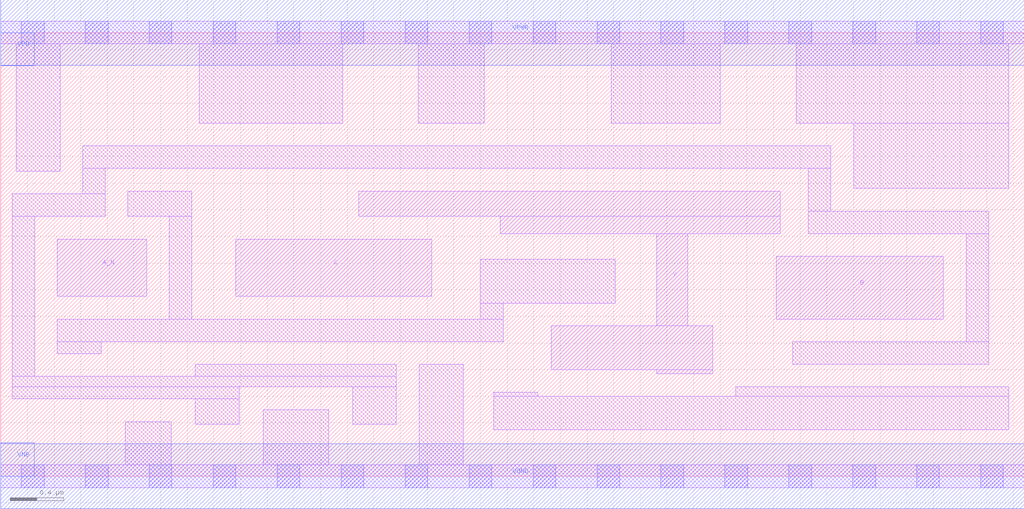
<source format=lef>
# Copyright 2020 The SkyWater PDK Authors
#
# Licensed under the Apache License, Version 2.0 (the "License");
# you may not use this file except in compliance with the License.
# You may obtain a copy of the License at
#
#     https://www.apache.org/licenses/LICENSE-2.0
#
# Unless required by applicable law or agreed to in writing, software
# distributed under the License is distributed on an "AS IS" BASIS,
# WITHOUT WARRANTIES OR CONDITIONS OF ANY KIND, either express or implied.
# See the License for the specific language governing permissions and
# limitations under the License.
#
# SPDX-License-Identifier: Apache-2.0

VERSION 5.5 ;
NAMESCASESENSITIVE ON ;
BUSBITCHARS "[]" ;
DIVIDERCHAR "/" ;
MACRO sky130_fd_sc_ms__nand3b_4
  CLASS CORE ;
  SOURCE USER ;
  ORIGIN  0.000000  0.000000 ;
  SIZE  7.680000 BY  3.330000 ;
  SYMMETRY X Y ;
  SITE unit ;
  PIN A_N
    ANTENNAGATEAREA  0.363000 ;
    DIRECTION INPUT ;
    USE SIGNAL ;
    PORT
      LAYER li1 ;
        RECT 0.425000 1.350000 1.095000 1.780000 ;
    END
  END A_N
  PIN B
    ANTENNAGATEAREA  0.780000 ;
    DIRECTION INPUT ;
    USE SIGNAL ;
    PORT
      LAYER li1 ;
        RECT 5.820000 1.180000 7.075000 1.650000 ;
    END
  END B
  PIN C
    ANTENNAGATEAREA  0.780000 ;
    DIRECTION INPUT ;
    USE SIGNAL ;
    PORT
      LAYER li1 ;
        RECT 1.765000 1.350000 3.235000 1.780000 ;
    END
  END C
  PIN Y
    ANTENNADIFFAREA  1.866500 ;
    DIRECTION OUTPUT ;
    USE SIGNAL ;
    PORT
      LAYER li1 ;
        RECT 2.685000 1.950000 5.850000 2.140000 ;
        RECT 3.750000 1.820000 5.850000 1.950000 ;
        RECT 4.130000 0.800000 5.345000 1.130000 ;
        RECT 4.925000 0.770000 5.345000 0.800000 ;
        RECT 4.925000 1.130000 5.155000 1.820000 ;
    END
  END Y
  PIN VGND
    DIRECTION INOUT ;
    USE GROUND ;
    PORT
      LAYER met1 ;
        RECT 0.000000 -0.245000 7.680000 0.245000 ;
    END
  END VGND
  PIN VNB
    DIRECTION INOUT ;
    USE GROUND ;
    PORT
    END
  END VNB
  PIN VPB
    DIRECTION INOUT ;
    USE POWER ;
    PORT
    END
  END VPB
  PIN VNB
    DIRECTION INOUT ;
    USE GROUND ;
    PORT
      LAYER met1 ;
        RECT 0.000000 0.000000 0.250000 0.250000 ;
    END
  END VNB
  PIN VPB
    DIRECTION INOUT ;
    USE POWER ;
    PORT
      LAYER met1 ;
        RECT 0.000000 3.080000 0.250000 3.330000 ;
    END
  END VPB
  PIN VPWR
    DIRECTION INOUT ;
    USE POWER ;
    PORT
      LAYER met1 ;
        RECT 0.000000 3.085000 7.680000 3.575000 ;
    END
  END VPWR
  OBS
    LAYER li1 ;
      RECT 0.000000 -0.085000 7.680000 0.085000 ;
      RECT 0.000000  3.245000 7.680000 3.415000 ;
      RECT 0.085000  0.580000 1.790000 0.670000 ;
      RECT 0.085000  0.670000 2.970000 0.750000 ;
      RECT 0.085000  0.750000 0.255000 1.950000 ;
      RECT 0.085000  1.950000 0.785000 2.120000 ;
      RECT 0.115000  2.290000 0.445000 3.245000 ;
      RECT 0.425000  0.920000 0.755000 1.010000 ;
      RECT 0.425000  1.010000 3.770000 1.180000 ;
      RECT 0.615000  2.120000 0.785000 2.310000 ;
      RECT 0.615000  2.310000 6.230000 2.480000 ;
      RECT 0.935000  0.085000 1.280000 0.410000 ;
      RECT 0.955000  1.950000 1.435000 2.140000 ;
      RECT 1.265000  1.180000 1.435000 1.950000 ;
      RECT 1.460000  0.390000 1.790000 0.580000 ;
      RECT 1.460000  0.750000 2.970000 0.840000 ;
      RECT 1.490000  2.650000 2.565000 3.245000 ;
      RECT 1.970000  0.085000 2.460000 0.500000 ;
      RECT 2.640000  0.390000 2.970000 0.670000 ;
      RECT 3.135000  2.650000 3.630000 3.245000 ;
      RECT 3.140000  0.085000 3.470000 0.840000 ;
      RECT 3.600000  1.180000 3.770000 1.300000 ;
      RECT 3.600000  1.300000 4.610000 1.630000 ;
      RECT 3.700000  0.350000 7.565000 0.600000 ;
      RECT 3.700000  0.600000 4.030000 0.630000 ;
      RECT 4.580000  2.650000 5.400000 3.245000 ;
      RECT 5.515000  0.600000 7.565000 0.670000 ;
      RECT 5.945000  0.840000 7.415000 1.010000 ;
      RECT 5.970000  2.650000 7.565000 3.245000 ;
      RECT 6.060000  1.820000 7.415000 1.990000 ;
      RECT 6.060000  1.990000 6.230000 2.310000 ;
      RECT 6.400000  2.160000 7.565000 2.650000 ;
      RECT 7.245000  1.010000 7.415000 1.820000 ;
    LAYER mcon ;
      RECT 0.155000 -0.085000 0.325000 0.085000 ;
      RECT 0.155000  3.245000 0.325000 3.415000 ;
      RECT 0.635000 -0.085000 0.805000 0.085000 ;
      RECT 0.635000  3.245000 0.805000 3.415000 ;
      RECT 1.115000 -0.085000 1.285000 0.085000 ;
      RECT 1.115000  3.245000 1.285000 3.415000 ;
      RECT 1.595000 -0.085000 1.765000 0.085000 ;
      RECT 1.595000  3.245000 1.765000 3.415000 ;
      RECT 2.075000 -0.085000 2.245000 0.085000 ;
      RECT 2.075000  3.245000 2.245000 3.415000 ;
      RECT 2.555000 -0.085000 2.725000 0.085000 ;
      RECT 2.555000  3.245000 2.725000 3.415000 ;
      RECT 3.035000 -0.085000 3.205000 0.085000 ;
      RECT 3.035000  3.245000 3.205000 3.415000 ;
      RECT 3.515000 -0.085000 3.685000 0.085000 ;
      RECT 3.515000  3.245000 3.685000 3.415000 ;
      RECT 3.995000 -0.085000 4.165000 0.085000 ;
      RECT 3.995000  3.245000 4.165000 3.415000 ;
      RECT 4.475000 -0.085000 4.645000 0.085000 ;
      RECT 4.475000  3.245000 4.645000 3.415000 ;
      RECT 4.955000 -0.085000 5.125000 0.085000 ;
      RECT 4.955000  3.245000 5.125000 3.415000 ;
      RECT 5.435000 -0.085000 5.605000 0.085000 ;
      RECT 5.435000  3.245000 5.605000 3.415000 ;
      RECT 5.915000 -0.085000 6.085000 0.085000 ;
      RECT 5.915000  3.245000 6.085000 3.415000 ;
      RECT 6.395000 -0.085000 6.565000 0.085000 ;
      RECT 6.395000  3.245000 6.565000 3.415000 ;
      RECT 6.875000 -0.085000 7.045000 0.085000 ;
      RECT 6.875000  3.245000 7.045000 3.415000 ;
      RECT 7.355000 -0.085000 7.525000 0.085000 ;
      RECT 7.355000  3.245000 7.525000 3.415000 ;
  END
END sky130_fd_sc_ms__nand3b_4
END LIBRARY

</source>
